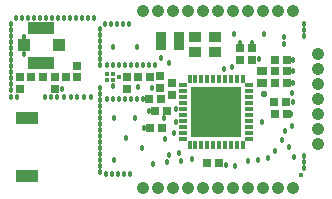
<source format=gts>
G04 Layer_Color=8388736*
%FSLAX25Y25*%
%MOIN*%
G70*
G01*
G75*
%ADD37R,0.02798X0.02798*%
%ADD38R,0.02600X0.02800*%
%ADD39R,0.02800X0.02600*%
%ADD40R,0.03400X0.03100*%
%ADD41C,0.02200*%
%ADD42R,0.07287X0.04137*%
%ADD43R,0.04137X0.03743*%
%ADD44R,0.03350X0.06106*%
%ADD45R,0.04137X0.04137*%
%ADD46R,0.08861X0.04334*%
%ADD47R,0.01381X0.02759*%
%ADD48R,0.02759X0.01381*%
%ADD49R,0.16735X0.16735*%
%ADD50R,0.01184X0.01184*%
%ADD51R,0.01184X0.01480*%
%ADD52C,0.01800*%
%ADD53C,0.04200*%
%ADD54C,0.02600*%
D37*
X310501Y390186D02*
D03*
X306957D02*
D03*
X310505Y393734D02*
D03*
Y390190D02*
D03*
D38*
X353900Y361400D02*
D03*
X357900D02*
D03*
X376510Y388171D02*
D03*
X380510D02*
D03*
X376489Y395967D02*
D03*
X380489D02*
D03*
X334856Y373060D02*
D03*
X338856D02*
D03*
X376323Y381870D02*
D03*
X380323D02*
D03*
X376509Y392079D02*
D03*
X380509D02*
D03*
X336673Y378798D02*
D03*
X340673D02*
D03*
X376365Y377961D02*
D03*
X380365D02*
D03*
X334627Y382676D02*
D03*
X338627D02*
D03*
X295179Y390149D02*
D03*
X299179D02*
D03*
X334776Y390256D02*
D03*
X330776D02*
D03*
D39*
X364963Y399790D02*
D03*
Y395790D02*
D03*
X338189Y386386D02*
D03*
Y390386D02*
D03*
X327264Y386287D02*
D03*
Y390287D02*
D03*
X368955Y399769D02*
D03*
Y395769D02*
D03*
X342028Y384024D02*
D03*
Y388024D02*
D03*
X291361Y386273D02*
D03*
Y390273D02*
D03*
X303061Y386231D02*
D03*
Y390231D02*
D03*
D40*
X372300Y388200D02*
D03*
Y392200D02*
D03*
D41*
X372726Y384402D02*
D03*
D42*
X293743Y357185D02*
D03*
Y376477D02*
D03*
D43*
X356541Y398388D02*
D03*
Y403506D02*
D03*
X349849Y398388D02*
D03*
Y403506D02*
D03*
D44*
X338679Y402268D02*
D03*
X344585D02*
D03*
D45*
X292743Y400744D02*
D03*
X304555D02*
D03*
D46*
X298649Y406551D02*
D03*
Y394937D02*
D03*
D47*
X348042Y367378D02*
D03*
X357884D02*
D03*
X353947D02*
D03*
X363790D02*
D03*
X355916D02*
D03*
X365758Y389622D02*
D03*
X361821D02*
D03*
X359853D02*
D03*
X357884D02*
D03*
X355916D02*
D03*
X351979D02*
D03*
X353947D02*
D03*
X350010D02*
D03*
X348042D02*
D03*
X363790D02*
D03*
X365758Y367378D02*
D03*
X361821D02*
D03*
X359853D02*
D03*
X351979D02*
D03*
X350010D02*
D03*
D48*
X345778Y371610D02*
D03*
Y373579D02*
D03*
X368022Y377516D02*
D03*
X345778Y369642D02*
D03*
X368022Y379484D02*
D03*
Y381453D02*
D03*
Y383421D02*
D03*
Y385390D02*
D03*
Y387358D02*
D03*
X345778Y383421D02*
D03*
Y387358D02*
D03*
Y385390D02*
D03*
Y379484D02*
D03*
Y381453D02*
D03*
Y377516D02*
D03*
Y375547D02*
D03*
X368022D02*
D03*
Y373579D02*
D03*
Y371610D02*
D03*
Y369642D02*
D03*
D49*
X356900Y378500D02*
D03*
D50*
X385044Y357571D02*
D03*
D51*
X324606Y390207D02*
D03*
X320669Y389075D02*
D03*
Y391339D02*
D03*
X322638D02*
D03*
Y389075D02*
D03*
D52*
X341200Y364280D02*
D03*
X342915Y371399D02*
D03*
X339802Y369519D02*
D03*
X372300Y375299D02*
D03*
X363148Y360542D02*
D03*
X345345Y362336D02*
D03*
X340438Y361869D02*
D03*
X374056Y363089D02*
D03*
X362703Y404407D02*
D03*
X362235Y393480D02*
D03*
X322975Y362392D02*
D03*
X332156Y366579D02*
D03*
X326726Y369995D02*
D03*
X329902Y376416D02*
D03*
X322975Y376392D02*
D03*
X330615Y400192D02*
D03*
X290465Y383582D02*
D03*
X328115Y357692D02*
D03*
X326115D02*
D03*
X324115D02*
D03*
X322115D02*
D03*
X320115D02*
D03*
X318115Y358392D02*
D03*
X322615Y400192D02*
D03*
X288398Y403792D02*
D03*
Y405792D02*
D03*
Y407792D02*
D03*
Y395792D02*
D03*
Y397792D02*
D03*
Y399792D02*
D03*
Y401792D02*
D03*
Y393792D02*
D03*
Y391792D02*
D03*
Y389792D02*
D03*
Y387792D02*
D03*
Y385792D02*
D03*
Y383582D02*
D03*
X301935D02*
D03*
X299815Y383642D02*
D03*
X328015Y407692D02*
D03*
X324015D02*
D03*
X322015D02*
D03*
X292743Y403652D02*
D03*
Y397852D02*
D03*
X301357Y394789D02*
D03*
X296157D02*
D03*
X298757D02*
D03*
X301357Y406489D02*
D03*
X298757D02*
D03*
X296157D02*
D03*
X312095Y409792D02*
D03*
X316095D02*
D03*
X310098D02*
D03*
X308098D02*
D03*
X306098D02*
D03*
X304098D02*
D03*
X302098D02*
D03*
X300098D02*
D03*
X298098D02*
D03*
X296098D02*
D03*
X294098D02*
D03*
X292098D02*
D03*
X290098D02*
D03*
X314035D02*
D03*
X386156Y403723D02*
D03*
Y405723D02*
D03*
Y407723D02*
D03*
Y363723D02*
D03*
Y361723D02*
D03*
Y359723D02*
D03*
X318115Y360392D02*
D03*
Y362392D02*
D03*
Y364392D02*
D03*
Y366392D02*
D03*
Y368392D02*
D03*
Y370392D02*
D03*
Y372392D02*
D03*
Y374392D02*
D03*
Y376392D02*
D03*
Y378392D02*
D03*
Y380392D02*
D03*
Y382392D02*
D03*
Y400192D02*
D03*
Y402192D02*
D03*
Y404192D02*
D03*
X368955Y401640D02*
D03*
X364900Y401661D02*
D03*
X382297Y384874D02*
D03*
X382514Y381870D02*
D03*
X334579Y378798D02*
D03*
X360119Y360941D02*
D03*
X372820Y404487D02*
D03*
X382495Y396003D02*
D03*
X382512Y392038D02*
D03*
Y388175D02*
D03*
X382025Y377995D02*
D03*
X332852Y373060D02*
D03*
X343599Y379380D02*
D03*
X379491Y401173D02*
D03*
Y403481D02*
D03*
X371054Y396300D02*
D03*
X339419Y376535D02*
D03*
X335703Y361094D02*
D03*
X378976Y369196D02*
D03*
X343452Y375306D02*
D03*
X382712Y363649D02*
D03*
X382045Y373792D02*
D03*
X379745Y372092D02*
D03*
X381117Y366732D02*
D03*
X376542Y365429D02*
D03*
X370790Y362650D02*
D03*
X367445Y362163D02*
D03*
X348745Y362992D02*
D03*
X344600Y365000D02*
D03*
X335620Y386505D02*
D03*
X338442Y396448D02*
D03*
X341222Y394780D02*
D03*
X359612Y392988D02*
D03*
X336615Y394192D02*
D03*
X320015Y407692D02*
D03*
X318115Y406192D02*
D03*
X326015Y407692D02*
D03*
X328615Y394192D02*
D03*
X324615D02*
D03*
X326615D02*
D03*
X330615D02*
D03*
X320615D02*
D03*
X318115Y396192D02*
D03*
Y398192D02*
D03*
Y394192D02*
D03*
X322615D02*
D03*
X334615D02*
D03*
X332615D02*
D03*
X318115Y384392D02*
D03*
X305415Y386231D02*
D03*
X304005Y383582D02*
D03*
X324615Y382892D02*
D03*
X331004Y386811D02*
D03*
X326615Y382892D02*
D03*
X328615D02*
D03*
X330615D02*
D03*
X332615D02*
D03*
X320615D02*
D03*
X306255Y383542D02*
D03*
X308505Y383662D02*
D03*
X310655Y383622D02*
D03*
X322615Y382892D02*
D03*
X315245Y383562D02*
D03*
X312865Y383582D02*
D03*
X318115Y386392D02*
D03*
X322638Y387205D02*
D03*
D53*
X342500Y353192D02*
D03*
X362500Y412278D02*
D03*
X367500D02*
D03*
X342500D02*
D03*
X347500D02*
D03*
Y353192D02*
D03*
X337500D02*
D03*
X377500D02*
D03*
X352500D02*
D03*
X377500Y412278D02*
D03*
X352500D02*
D03*
X337500D02*
D03*
X332500D02*
D03*
X382500D02*
D03*
X357500D02*
D03*
Y353192D02*
D03*
X332500D02*
D03*
X390789Y397719D02*
D03*
Y387719D02*
D03*
X372500Y412278D02*
D03*
X390789Y382719D02*
D03*
Y377719D02*
D03*
Y372719D02*
D03*
Y367719D02*
D03*
X382500Y353192D02*
D03*
X372500D02*
D03*
X367500D02*
D03*
X362500D02*
D03*
X390789Y392719D02*
D03*
D54*
X362045Y373392D02*
D03*
Y378492D02*
D03*
Y383619D02*
D03*
X356931Y373392D02*
D03*
Y378492D02*
D03*
Y383619D02*
D03*
X351750Y373392D02*
D03*
Y378492D02*
D03*
Y383619D02*
D03*
M02*

</source>
